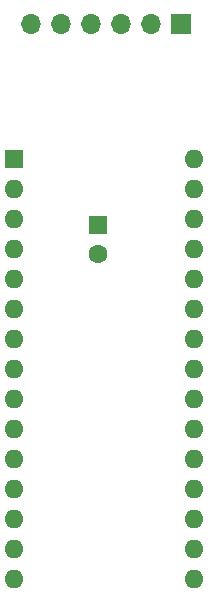
<source format=gbr>
%TF.GenerationSoftware,KiCad,Pcbnew,8.0.2*%
%TF.CreationDate,2024-11-13T23:00:56+01:00*%
%TF.ProjectId,programmerUnoHat,70726f67-7261-46d6-9d65-72556e6f4861,rev?*%
%TF.SameCoordinates,Original*%
%TF.FileFunction,Soldermask,Bot*%
%TF.FilePolarity,Negative*%
%FSLAX46Y46*%
G04 Gerber Fmt 4.6, Leading zero omitted, Abs format (unit mm)*
G04 Created by KiCad (PCBNEW 8.0.2) date 2024-11-13 23:00:56*
%MOMM*%
%LPD*%
G01*
G04 APERTURE LIST*
%ADD10R,1.600000X1.600000*%
%ADD11O,1.600000X1.600000*%
%ADD12C,1.600000*%
%ADD13R,1.700000X1.700000*%
%ADD14O,1.700000X1.700000*%
G04 APERTURE END LIST*
D10*
%TO.C,A101*%
X126390000Y-76450000D03*
D11*
X126390000Y-78990000D03*
X126390000Y-81530000D03*
X126390000Y-84070000D03*
X126390000Y-86610000D03*
X126390000Y-89150000D03*
X126390000Y-91690000D03*
X126390000Y-94230000D03*
X126390000Y-96770000D03*
X126390000Y-99310000D03*
X126390000Y-101850000D03*
X126390000Y-104390000D03*
X126390000Y-106930000D03*
X126390000Y-109470000D03*
X126390000Y-112010000D03*
X141630000Y-112010000D03*
X141630000Y-109470000D03*
X141630000Y-106930000D03*
X141630000Y-104390000D03*
X141630000Y-101850000D03*
X141630000Y-99310000D03*
X141630000Y-96770000D03*
X141630000Y-94230000D03*
X141630000Y-91690000D03*
X141630000Y-89150000D03*
X141630000Y-86610000D03*
X141630000Y-84070000D03*
X141630000Y-81530000D03*
X141630000Y-78990000D03*
X141630000Y-76450000D03*
%TD*%
D10*
%TO.C,C101*%
X133500000Y-82000000D03*
D12*
X133500000Y-84500000D03*
%TD*%
D13*
%TO.C,J101*%
X140500000Y-65000000D03*
D14*
X137960000Y-65000000D03*
X135420000Y-65000000D03*
X132880000Y-65000000D03*
X130340000Y-65000000D03*
X127800000Y-65000000D03*
%TD*%
M02*

</source>
